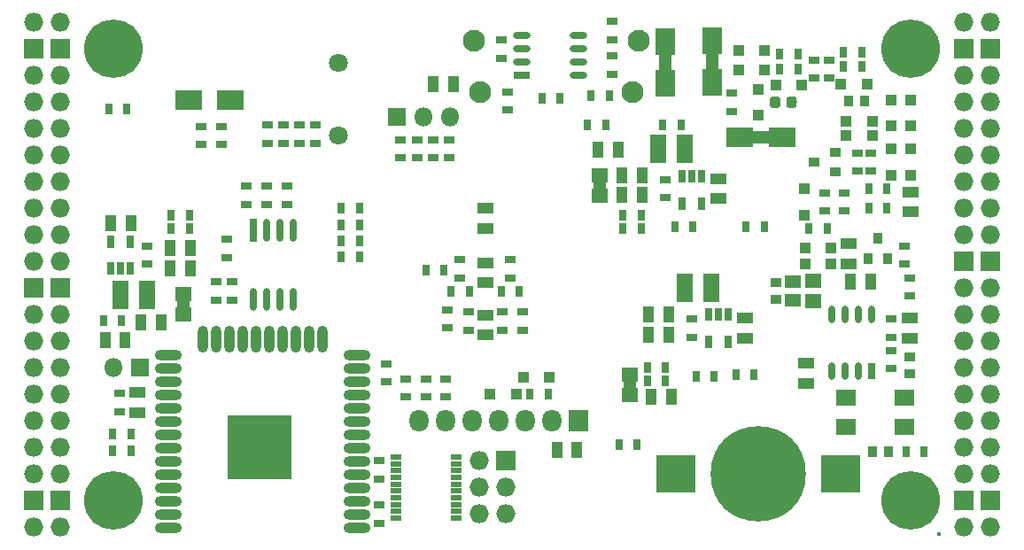
<source format=gbs>
G04 #@! TF.GenerationSoftware,KiCad,Pcbnew,5.0.0-rc3+dfsg1-2*
G04 #@! TF.CreationDate,2018-08-05T17:27:33+02:00*
G04 #@! TF.ProjectId,ulx3s,756C7833732E6B696361645F70636200,rev?*
G04 #@! TF.SameCoordinates,Original*
G04 #@! TF.FileFunction,Soldermask,Bot*
G04 #@! TF.FilePolarity,Negative*
%FSLAX46Y46*%
G04 Gerber Fmt 4.6, Leading zero omitted, Abs format (unit mm)*
G04 Created by KiCad (PCBNEW 5.0.0-rc3+dfsg1-2) date Sun Aug  5 17:27:33 2018*
%MOMM*%
%LPD*%
G01*
G04 APERTURE LIST*
%ADD10C,1.200000*%
%ADD11C,2.100000*%
%ADD12O,2.600000X1.000000*%
%ADD13O,1.000000X2.600000*%
%ADD14R,6.100000X6.100000*%
%ADD15R,0.770000X1.100000*%
%ADD16R,1.500000X1.395000*%
%ADD17R,2.600000X1.900000*%
%ADD18R,1.900000X2.600000*%
%ADD19R,3.800000X3.600000*%
%ADD20C,9.100000*%
%ADD21R,1.650000X0.700000*%
%ADD22O,1.650000X0.700000*%
%ADD23R,0.700000X2.200000*%
%ADD24O,0.700000X2.200000*%
%ADD25R,0.700000X1.650000*%
%ADD26O,0.700000X1.650000*%
%ADD27R,1.100000X0.500000*%
%ADD28R,0.800000X1.300000*%
%ADD29O,1.827200X1.827200*%
%ADD30R,1.827200X1.827200*%
%ADD31C,5.600000*%
%ADD32R,1.827200X2.132000*%
%ADD33O,1.827200X2.132000*%
%ADD34C,1.800000*%
%ADD35R,1.900000X1.500000*%
%ADD36R,1.070000X1.600000*%
%ADD37R,1.600000X1.070000*%
%ADD38R,1.100000X0.770000*%
%ADD39R,1.100000X1.100000*%
%ADD40C,0.400000*%
%ADD41R,1.800000X1.800000*%
%ADD42O,1.800000X1.800000*%
%ADD43R,1.600000X2.800000*%
%ADD44R,0.900000X1.000000*%
%ADD45R,1.000000X0.900000*%
%ADD46R,0.920000X1.100000*%
%ADD47R,1.100000X0.920000*%
%ADD48R,1.500000X1.220000*%
%ADD49C,0.100000*%
%ADD50C,0.975000*%
G04 APERTURE END LIST*
D10*
G04 #@! TO.C,RP3*
X149472000Y-77311000D02*
X149472000Y-79311000D01*
G04 #@! TO.C,RP2*
X109609000Y-88632000D02*
X109609000Y-90632000D01*
G04 #@! TO.C,RP1*
X152281000Y-96361000D02*
X152281000Y-98361000D01*
G04 #@! TO.C,RD9*
X166854000Y-73630000D02*
X162854000Y-73630000D01*
G04 #@! TO.C,RD52*
X160155000Y-64391000D02*
X160155000Y-68391000D01*
G04 #@! TO.C,RD51*
X155710000Y-68518000D02*
X155710000Y-64518000D01*
G04 #@! TD*
D11*
G04 #@! TO.C,GPDI1*
X152546000Y-69312000D03*
X138046000Y-69312000D03*
X153146000Y-64412000D03*
X137446000Y-64412000D03*
G04 #@! TD*
D12*
G04 #@! TO.C,U9*
X126230000Y-111000000D03*
X126230000Y-109730000D03*
X126230000Y-108460000D03*
X126230000Y-107190000D03*
X126230000Y-105920000D03*
X126230000Y-104650000D03*
X126230000Y-103380000D03*
X126230000Y-102110000D03*
X126230000Y-100840000D03*
X126230000Y-99570000D03*
X126230000Y-98300000D03*
X126230000Y-97030000D03*
X126230000Y-95760000D03*
X126230000Y-94490000D03*
D13*
X122945000Y-93000000D03*
X121675000Y-93000000D03*
X120405000Y-93000000D03*
X119135000Y-93000000D03*
X117865000Y-93000000D03*
X116595000Y-93000000D03*
X115325000Y-93000000D03*
X114055000Y-93000000D03*
X112785000Y-93000000D03*
X111515000Y-93000000D03*
D12*
X108230000Y-94490000D03*
X108230000Y-95760000D03*
X108230000Y-97030000D03*
X108230000Y-98300000D03*
X108230000Y-99570000D03*
X108230000Y-100840000D03*
X108230000Y-102110000D03*
X108230000Y-103380000D03*
X108230000Y-104650000D03*
X108230000Y-105920000D03*
X108230000Y-107190000D03*
X108230000Y-108460000D03*
X108230000Y-109730000D03*
X108230000Y-111000000D03*
D14*
X116930000Y-103300000D03*
G04 #@! TD*
D15*
G04 #@! TO.C,C49*
X103738000Y-91156000D03*
X101988000Y-91156000D03*
G04 #@! TD*
D16*
G04 #@! TO.C,RP3*
X149472000Y-79278500D03*
X149472000Y-77343500D03*
G04 #@! TD*
G04 #@! TO.C,RP2*
X109609000Y-90599500D03*
X109609000Y-88664500D03*
G04 #@! TD*
G04 #@! TO.C,RP1*
X152281000Y-98328500D03*
X152281000Y-96393500D03*
G04 #@! TD*
D17*
G04 #@! TO.C,RD9*
X162854000Y-73630000D03*
X166854000Y-73630000D03*
G04 #@! TD*
D18*
G04 #@! TO.C,RD52*
X160155000Y-68391000D03*
X160155000Y-64391000D03*
G04 #@! TD*
G04 #@! TO.C,RD51*
X155710000Y-64518000D03*
X155710000Y-68518000D03*
G04 #@! TD*
D19*
G04 #@! TO.C,BAT1*
X172485000Y-105870000D03*
X156685000Y-105870000D03*
D20*
X164585000Y-105870000D03*
G04 #@! TD*
D21*
G04 #@! TO.C,U11*
X141980000Y-67706500D03*
D22*
X141980000Y-66436500D03*
X141980000Y-65166500D03*
X141980000Y-63896500D03*
X147380000Y-63896500D03*
X147380000Y-65166500D03*
X147380000Y-66436500D03*
X147380000Y-67706500D03*
G04 #@! TD*
D23*
G04 #@! TO.C,U10*
X116340000Y-82520000D03*
D24*
X117610000Y-82520000D03*
X118880000Y-82520000D03*
X120150000Y-82520000D03*
X120150000Y-89124000D03*
X118880000Y-89124000D03*
X117610000Y-89124000D03*
X116340000Y-89124000D03*
G04 #@! TD*
D25*
G04 #@! TO.C,U7*
X175395000Y-96015000D03*
D26*
X174125000Y-96015000D03*
X172855000Y-96015000D03*
X171585000Y-96015000D03*
X171585000Y-90615000D03*
X172855000Y-90615000D03*
X174125000Y-90615000D03*
X175395000Y-90615000D03*
G04 #@! TD*
D27*
G04 #@! TO.C,U6*
X129935000Y-104215000D03*
X129935000Y-104865000D03*
X129935000Y-105515000D03*
X129935000Y-106165000D03*
X129935000Y-106815000D03*
X129935000Y-107465000D03*
X129935000Y-108115000D03*
X129935000Y-108765000D03*
X129935000Y-109415000D03*
X129935000Y-110065000D03*
X135735000Y-110065000D03*
X135735000Y-109415000D03*
X135735000Y-108765000D03*
X135735000Y-108115000D03*
X135735000Y-107465000D03*
X135735000Y-106815000D03*
X135735000Y-106165000D03*
X135735000Y-105515000D03*
X135735000Y-104865000D03*
X135735000Y-104215000D03*
G04 #@! TD*
D28*
G04 #@! TO.C,U5*
X157285000Y-77392000D03*
X158235000Y-77392000D03*
X159185000Y-77392000D03*
X159185000Y-79992000D03*
X157285000Y-79992000D03*
G04 #@! TD*
G04 #@! TO.C,U3*
X159825000Y-90600000D03*
X160775000Y-90600000D03*
X161725000Y-90600000D03*
X161725000Y-93200000D03*
X159825000Y-93200000D03*
G04 #@! TD*
G04 #@! TO.C,U4*
X104575000Y-86215000D03*
X103625000Y-86215000D03*
X102675000Y-86215000D03*
X102675000Y-83615000D03*
X104575000Y-83615000D03*
G04 #@! TD*
D29*
G04 #@! TO.C,J1*
X97910000Y-62690000D03*
X95370000Y-62690000D03*
D30*
X97910000Y-65230000D03*
X95370000Y-65230000D03*
D29*
X97910000Y-67770000D03*
X95370000Y-67770000D03*
X97910000Y-70310000D03*
X95370000Y-70310000D03*
X97910000Y-72850000D03*
X95370000Y-72850000D03*
X97910000Y-75390000D03*
X95370000Y-75390000D03*
X97910000Y-77930000D03*
X95370000Y-77930000D03*
X97910000Y-80470000D03*
X95370000Y-80470000D03*
X97910000Y-83010000D03*
X95370000Y-83010000D03*
X97910000Y-85550000D03*
X95370000Y-85550000D03*
D30*
X97910000Y-88090000D03*
X95370000Y-88090000D03*
D29*
X97910000Y-90630000D03*
X95370000Y-90630000D03*
X97910000Y-93170000D03*
X95370000Y-93170000D03*
X97910000Y-95710000D03*
X95370000Y-95710000D03*
X97910000Y-98250000D03*
X95370000Y-98250000D03*
X97910000Y-100790000D03*
X95370000Y-100790000D03*
X97910000Y-103330000D03*
X95370000Y-103330000D03*
X97910000Y-105870000D03*
X95370000Y-105870000D03*
D30*
X97910000Y-108410000D03*
X95370000Y-108410000D03*
D29*
X97910000Y-110950000D03*
X95370000Y-110950000D03*
G04 #@! TD*
G04 #@! TO.C,J2*
X184270000Y-110950000D03*
X186810000Y-110950000D03*
D30*
X184270000Y-108410000D03*
X186810000Y-108410000D03*
D29*
X184270000Y-105870000D03*
X186810000Y-105870000D03*
X184270000Y-103330000D03*
X186810000Y-103330000D03*
X184270000Y-100790000D03*
X186810000Y-100790000D03*
X184270000Y-98250000D03*
X186810000Y-98250000D03*
X184270000Y-95710000D03*
X186810000Y-95710000D03*
X184270000Y-93170000D03*
X186810000Y-93170000D03*
X184270000Y-90630000D03*
X186810000Y-90630000D03*
X184270000Y-88090000D03*
X186810000Y-88090000D03*
D30*
X184270000Y-85550000D03*
X186810000Y-85550000D03*
D29*
X184270000Y-83010000D03*
X186810000Y-83010000D03*
X184270000Y-80470000D03*
X186810000Y-80470000D03*
X184270000Y-77930000D03*
X186810000Y-77930000D03*
X184270000Y-75390000D03*
X186810000Y-75390000D03*
X184270000Y-72850000D03*
X186810000Y-72850000D03*
X184270000Y-70310000D03*
X186810000Y-70310000D03*
X184270000Y-67770000D03*
X186810000Y-67770000D03*
D30*
X184270000Y-65230000D03*
X186810000Y-65230000D03*
D29*
X184270000Y-62690000D03*
X186810000Y-62690000D03*
G04 #@! TD*
D31*
G04 #@! TO.C,H1*
X102990000Y-108410000D03*
G04 #@! TD*
G04 #@! TO.C,H2*
X179190000Y-108410000D03*
G04 #@! TD*
G04 #@! TO.C,H3*
X179190000Y-65230000D03*
G04 #@! TD*
G04 #@! TO.C,H4*
X102990000Y-65230000D03*
G04 #@! TD*
D30*
G04 #@! TO.C,J4*
X140455000Y-104600000D03*
D29*
X137915000Y-104600000D03*
X140455000Y-107140000D03*
X137915000Y-107140000D03*
X140455000Y-109680000D03*
X137915000Y-109680000D03*
G04 #@! TD*
D32*
G04 #@! TO.C,OLED1*
X147440000Y-100790000D03*
D33*
X144900000Y-100790000D03*
X142360000Y-100790000D03*
X139820000Y-100790000D03*
X137280000Y-100790000D03*
X134740000Y-100790000D03*
X132200000Y-100790000D03*
G04 #@! TD*
D34*
G04 #@! TO.C,AUDIO1*
X124468000Y-66518000D03*
X124468000Y-73518000D03*
G04 #@! TD*
D35*
G04 #@! TO.C,Y2*
X178576000Y-98522000D03*
X172976000Y-98522000D03*
X172976000Y-101322000D03*
X178576000Y-101322000D03*
G04 #@! TD*
D36*
G04 #@! TO.C,C47*
X133546000Y-68550000D03*
X135456000Y-68550000D03*
G04 #@! TD*
G04 #@! TO.C,C1*
X102748500Y-81885000D03*
X104658500Y-81885000D03*
G04 #@! TD*
D15*
G04 #@! TO.C,C2*
X153985000Y-96910000D03*
X155735000Y-96910000D03*
G04 #@! TD*
D36*
G04 #@! TO.C,C3*
X156015000Y-90630000D03*
X154105000Y-90630000D03*
G04 #@! TD*
G04 #@! TO.C,C4*
X154105000Y-92535000D03*
X156015000Y-92535000D03*
G04 #@! TD*
D37*
G04 #@! TO.C,C5*
X163315000Y-90945000D03*
X163315000Y-92855000D03*
G04 #@! TD*
D15*
G04 #@! TO.C,C6*
X151645000Y-82375000D03*
X153395000Y-82375000D03*
G04 #@! TD*
D36*
G04 #@! TO.C,C7*
X153475000Y-79200000D03*
X151565000Y-79200000D03*
G04 #@! TD*
G04 #@! TO.C,C8*
X153475000Y-77295000D03*
X151565000Y-77295000D03*
G04 #@! TD*
D37*
G04 #@! TO.C,C9*
X160775000Y-79520000D03*
X160775000Y-77610000D03*
G04 #@! TD*
D15*
G04 #@! TO.C,C10*
X108465000Y-81105000D03*
X110215000Y-81105000D03*
G04 #@! TD*
D36*
G04 #@! TO.C,C11*
X108385000Y-84280000D03*
X110295000Y-84280000D03*
G04 #@! TD*
G04 #@! TO.C,C12*
X110295000Y-86185000D03*
X108385000Y-86185000D03*
G04 #@! TD*
D37*
G04 #@! TO.C,C13*
X173221000Y-83833000D03*
X173221000Y-85743000D03*
G04 #@! TD*
D38*
G04 #@! TO.C,C14*
X175380000Y-76900000D03*
X175380000Y-75150000D03*
G04 #@! TD*
D37*
G04 #@! TO.C,C15*
X105276000Y-99967000D03*
X105276000Y-98057000D03*
G04 #@! TD*
D36*
G04 #@! TO.C,C16*
X173424000Y-87473000D03*
X175334000Y-87473000D03*
G04 #@! TD*
D37*
G04 #@! TO.C,C17*
X138500000Y-90665000D03*
X138500000Y-92575000D03*
G04 #@! TD*
D38*
G04 #@! TO.C,C18*
X150589600Y-64359000D03*
X150589600Y-62609000D03*
G04 #@! TD*
D37*
G04 #@! TO.C,C19*
X138500000Y-82375000D03*
X138500000Y-80465000D03*
G04 #@! TD*
G04 #@! TO.C,C20*
X138500000Y-87575000D03*
X138500000Y-85665000D03*
G04 #@! TD*
D36*
G04 #@! TO.C,C21*
X104072000Y-93061000D03*
X102162000Y-93061000D03*
G04 #@! TD*
G04 #@! TO.C,C22*
X154359000Y-98504000D03*
X156269000Y-98504000D03*
G04 #@! TD*
G04 #@! TO.C,C23*
X105591000Y-91392000D03*
X107501000Y-91392000D03*
G04 #@! TD*
G04 #@! TO.C,C24*
X151189000Y-74882000D03*
X149279000Y-74882000D03*
G04 #@! TD*
D38*
G04 #@! TO.C,C25*
X140900000Y-87095000D03*
X140900000Y-85345000D03*
G04 #@! TD*
G04 #@! TO.C,C26*
X136100000Y-87095000D03*
X136100000Y-85345000D03*
G04 #@! TD*
G04 #@! TO.C,C27*
X136900000Y-92095000D03*
X136900000Y-90345000D03*
G04 #@! TD*
G04 #@! TO.C,C28*
X140100000Y-90345000D03*
X140100000Y-92095000D03*
G04 #@! TD*
G04 #@! TO.C,C29*
X142100000Y-92095000D03*
X142100000Y-90345000D03*
G04 #@! TD*
G04 #@! TO.C,C30*
X134900000Y-90145000D03*
X134900000Y-91895000D03*
G04 #@! TD*
D15*
G04 #@! TO.C,C31*
X135225000Y-88420000D03*
X136975000Y-88420000D03*
G04 #@! TD*
G04 #@! TO.C,C32*
X140025000Y-88420000D03*
X141775000Y-88420000D03*
G04 #@! TD*
G04 #@! TO.C,C33*
X163425000Y-82220000D03*
X165175000Y-82220000D03*
G04 #@! TD*
G04 #@! TO.C,C34*
X158375000Y-82220000D03*
X156625000Y-82220000D03*
G04 #@! TD*
D38*
G04 #@! TO.C,C35*
X177300000Y-94025000D03*
X177300000Y-95775000D03*
G04 #@! TD*
D36*
G04 #@! TO.C,C46*
X145342000Y-103584000D03*
X147252000Y-103584000D03*
G04 #@! TD*
D15*
G04 #@! TO.C,C48*
X104246000Y-70963000D03*
X102496000Y-70963000D03*
G04 #@! TD*
D38*
G04 #@! TO.C,C50*
X179063000Y-88856000D03*
X179063000Y-87106000D03*
G04 #@! TD*
D15*
G04 #@! TO.C,C51*
X180473000Y-103711000D03*
X178723000Y-103711000D03*
G04 #@! TD*
G04 #@! TO.C,C52*
X158645000Y-96490000D03*
X160395000Y-96490000D03*
G04 #@! TD*
G04 #@! TO.C,C53*
X132827200Y-86330000D03*
X134577200Y-86330000D03*
G04 #@! TD*
D37*
G04 #@! TO.C,C54*
X169172000Y-95281000D03*
X169172000Y-97191000D03*
G04 #@! TD*
G04 #@! TO.C,D11*
X179190000Y-80790000D03*
X179190000Y-78880000D03*
G04 #@! TD*
D39*
G04 #@! TO.C,D10*
X169050000Y-84280000D03*
X171550000Y-84280000D03*
G04 #@! TD*
G04 #@! TO.C,D12*
X169030000Y-78585000D03*
X169030000Y-81085000D03*
G04 #@! TD*
G04 #@! TO.C,D13*
X171550000Y-85804000D03*
X169050000Y-85804000D03*
G04 #@! TD*
G04 #@! TO.C,D14*
X179190000Y-74775000D03*
X179190000Y-77275000D03*
G04 #@! TD*
G04 #@! TO.C,D15*
X177285000Y-77275000D03*
X177285000Y-74775000D03*
G04 #@! TD*
G04 #@! TO.C,D16*
X172987000Y-73503000D03*
X175487000Y-73503000D03*
G04 #@! TD*
G04 #@! TO.C,D17*
X164585000Y-69060000D03*
X164585000Y-71560000D03*
G04 #@! TD*
G04 #@! TO.C,D20*
X168756000Y-68659000D03*
X166256000Y-68659000D03*
G04 #@! TD*
G04 #@! TO.C,D21*
X174979000Y-68550000D03*
X172479000Y-68550000D03*
G04 #@! TD*
G04 #@! TO.C,D23*
X165200000Y-67262000D03*
X162700000Y-67262000D03*
G04 #@! TD*
G04 #@! TO.C,D24*
X162700000Y-65357000D03*
X165200000Y-65357000D03*
G04 #@! TD*
G04 #@! TO.C,D25*
X177285000Y-72594000D03*
X177285000Y-70094000D03*
G04 #@! TD*
G04 #@! TO.C,D26*
X179190000Y-70094000D03*
X179190000Y-72594000D03*
G04 #@! TD*
D40*
G04 #@! TO.C,AE1*
X181872000Y-111603000D03*
G04 #@! TD*
D38*
G04 #@! TO.C,R49*
X113277000Y-74360000D03*
X113277000Y-72610000D03*
G04 #@! TD*
G04 #@! TO.C,R50*
X111372000Y-72610000D03*
X111372000Y-74360000D03*
G04 #@! TD*
D15*
G04 #@! TO.C,R51*
X155455000Y-72487000D03*
X157205000Y-72487000D03*
G04 #@! TD*
D38*
G04 #@! TO.C,R52*
X171331000Y-66278000D03*
X171331000Y-68028000D03*
G04 #@! TD*
G04 #@! TO.C,R53*
X169919000Y-68028000D03*
X169919000Y-66278000D03*
G04 #@! TD*
D15*
G04 #@! TO.C,R54*
X174477000Y-65502000D03*
X172727000Y-65502000D03*
G04 #@! TD*
D38*
G04 #@! TO.C,R56*
X128390000Y-106321000D03*
X128390000Y-104571000D03*
G04 #@! TD*
G04 #@! TO.C,R57*
X117722000Y-72483000D03*
X117722000Y-74233000D03*
G04 #@! TD*
G04 #@! TO.C,R58*
X119246000Y-74233000D03*
X119246000Y-72483000D03*
G04 #@! TD*
G04 #@! TO.C,R59*
X120770000Y-72483000D03*
X120770000Y-74233000D03*
G04 #@! TD*
G04 #@! TO.C,R60*
X122294000Y-74233000D03*
X122294000Y-72483000D03*
G04 #@! TD*
D15*
G04 #@! TO.C,R61*
X145655000Y-69900000D03*
X143905000Y-69900000D03*
G04 #@! TD*
D41*
G04 #@! TO.C,J3*
X105530000Y-95710000D03*
D42*
X102990000Y-95710000D03*
G04 #@! TD*
D41*
G04 #@! TO.C,J5*
X130056000Y-71725000D03*
D42*
X132596000Y-71725000D03*
X135136000Y-71725000D03*
G04 #@! TD*
D15*
G04 #@! TO.C,R40*
X166631000Y-65738000D03*
X168381000Y-65738000D03*
G04 #@! TD*
D38*
G04 #@! TO.C,R55*
X134740000Y-96740000D03*
X134740000Y-98490000D03*
G04 #@! TD*
D37*
G04 #@! TO.C,C55*
X179078000Y-90963000D03*
X179078000Y-92873000D03*
G04 #@! TD*
D38*
G04 #@! TO.C,R65*
X177300000Y-92793000D03*
X177300000Y-91043000D03*
G04 #@! TD*
D43*
G04 #@! TO.C,L1*
X160140000Y-88090000D03*
X157600000Y-88090000D03*
G04 #@! TD*
G04 #@! TO.C,L2*
X103625000Y-88725000D03*
X106165000Y-88725000D03*
G04 #@! TD*
G04 #@! TO.C,L3*
X155060000Y-74755000D03*
X157600000Y-74755000D03*
G04 #@! TD*
D15*
G04 #@! TO.C,R1*
X171175000Y-82375000D03*
X169425000Y-82375000D03*
G04 #@! TD*
D38*
G04 #@! TO.C,R2*
X172840000Y-78960000D03*
X172840000Y-80710000D03*
G04 #@! TD*
G04 #@! TO.C,R3*
X162045000Y-71185000D03*
X162045000Y-69435000D03*
G04 #@! TD*
D15*
G04 #@! TO.C,R4*
X176890000Y-80470000D03*
X175140000Y-80470000D03*
G04 #@! TD*
D38*
G04 #@! TO.C,R5*
X174110000Y-75150000D03*
X174110000Y-76900000D03*
G04 #@! TD*
G04 #@! TO.C,R6*
X178555000Y-85790000D03*
X178555000Y-84040000D03*
G04 #@! TD*
G04 #@! TO.C,R7*
X113785000Y-85155000D03*
X113785000Y-83405000D03*
G04 #@! TD*
G04 #@! TO.C,R8*
X170935000Y-80710000D03*
X170935000Y-78960000D03*
G04 #@! TD*
G04 #@! TO.C,R9*
X128390000Y-110555000D03*
X128390000Y-108805000D03*
G04 #@! TD*
D15*
G04 #@! TO.C,R10*
X151264000Y-103076000D03*
X153014000Y-103076000D03*
G04 #@! TD*
D38*
G04 #@! TO.C,R11*
X119515000Y-80093000D03*
X119515000Y-78343000D03*
G04 #@! TD*
G04 #@! TO.C,R12*
X114308000Y-89219000D03*
X114308000Y-87469000D03*
G04 #@! TD*
D15*
G04 #@! TO.C,R13*
X175140000Y-78565000D03*
X176890000Y-78565000D03*
G04 #@! TD*
G04 #@! TO.C,R14*
X124721000Y-85060000D03*
X126471000Y-85060000D03*
G04 #@! TD*
G04 #@! TO.C,R15*
X126471000Y-83536000D03*
X124721000Y-83536000D03*
G04 #@! TD*
G04 #@! TO.C,R16*
X124721000Y-82012000D03*
X126471000Y-82012000D03*
G04 #@! TD*
G04 #@! TO.C,R17*
X126471000Y-80470000D03*
X124721000Y-80470000D03*
G04 #@! TD*
D38*
G04 #@! TO.C,R18*
X130422000Y-73898000D03*
X130422000Y-75648000D03*
G04 #@! TD*
G04 #@! TO.C,R19*
X131961000Y-73898000D03*
X131961000Y-75648000D03*
G04 #@! TD*
G04 #@! TO.C,R20*
X133485000Y-73898000D03*
X133485000Y-75648000D03*
G04 #@! TD*
G04 #@! TO.C,R21*
X135009000Y-75648000D03*
X135009000Y-73898000D03*
G04 #@! TD*
G04 #@! TO.C,R22*
X140025500Y-66105000D03*
X140025500Y-64355000D03*
G04 #@! TD*
G04 #@! TO.C,R23*
X140597000Y-71076000D03*
X140597000Y-69326000D03*
G04 #@! TD*
G04 #@! TO.C,R24*
X150615000Y-67647000D03*
X150615000Y-65897000D03*
G04 #@! TD*
D15*
G04 #@! TO.C,R25*
X148300000Y-72487000D03*
X150050000Y-72487000D03*
G04 #@! TD*
G04 #@! TO.C,R26*
X150362000Y-69693000D03*
X148612000Y-69693000D03*
G04 #@! TD*
D38*
G04 #@! TO.C,R27*
X129025000Y-95300000D03*
X129025000Y-97050000D03*
G04 #@! TD*
G04 #@! TO.C,R28*
X117595000Y-78343000D03*
X117595000Y-80093000D03*
G04 #@! TD*
G04 #@! TO.C,R29*
X112784000Y-89219000D03*
X112784000Y-87469000D03*
G04 #@! TD*
G04 #@! TO.C,R30*
X115690000Y-78343000D03*
X115690000Y-80093000D03*
G04 #@! TD*
D15*
G04 #@! TO.C,R31*
X142755000Y-98250000D03*
X144505000Y-98250000D03*
G04 #@! TD*
D38*
G04 #@! TO.C,R32*
X132835000Y-98490000D03*
X132835000Y-96740000D03*
G04 #@! TD*
G04 #@! TO.C,R33*
X130930000Y-96740000D03*
X130930000Y-98490000D03*
G04 #@! TD*
D15*
G04 #@! TO.C,R34*
X102877000Y-103600000D03*
X104627000Y-103600000D03*
G04 #@! TD*
G04 #@! TO.C,R35*
X102877000Y-102060000D03*
X104627000Y-102060000D03*
G04 #@! TD*
D38*
G04 #@! TO.C,R38*
X103576500Y-99905000D03*
X103576500Y-98155000D03*
G04 #@! TD*
D15*
G04 #@! TO.C,R39*
X164190000Y-96345000D03*
X162440000Y-96345000D03*
G04 #@! TD*
G04 #@! TO.C,R63*
X168381000Y-67135000D03*
X166631000Y-67135000D03*
G04 #@! TD*
G04 #@! TO.C,R64*
X174475000Y-66899000D03*
X172725000Y-66899000D03*
G04 #@! TD*
G04 #@! TO.C,RA1*
X153985000Y-95640000D03*
X155735000Y-95640000D03*
G04 #@! TD*
G04 #@! TO.C,RA2*
X110215000Y-82375000D03*
X108465000Y-82375000D03*
G04 #@! TD*
G04 #@! TO.C,RA3*
X151645000Y-81105000D03*
X153395000Y-81105000D03*
G04 #@! TD*
D38*
G04 #@! TO.C,RB1*
X158235000Y-92775000D03*
X158235000Y-91025000D03*
G04 #@! TD*
G04 #@! TO.C,RB2*
X106165000Y-85790000D03*
X106165000Y-84040000D03*
G04 #@! TD*
G04 #@! TO.C,RB3*
X155695000Y-79440000D03*
X155695000Y-77690000D03*
G04 #@! TD*
D17*
G04 #@! TO.C,D8*
X110149000Y-70074000D03*
X114149000Y-70074000D03*
G04 #@! TD*
D44*
G04 #@! TO.C,Q1*
X176015000Y-83280000D03*
X175065000Y-85280000D03*
X176965000Y-85280000D03*
G04 #@! TD*
D45*
G04 #@! TO.C,Q2*
X171935000Y-75075000D03*
X171935000Y-76975000D03*
X169935000Y-76025000D03*
G04 #@! TD*
D39*
G04 #@! TO.C,D27*
X175502000Y-72106000D03*
X173002000Y-72106000D03*
G04 #@! TD*
D46*
G04 #@! TO.C,R66*
X173198000Y-70201000D03*
X174798000Y-70201000D03*
G04 #@! TD*
D47*
G04 #@! TO.C,C56*
X179078000Y-96274000D03*
X179078000Y-94674000D03*
G04 #@! TD*
D46*
G04 #@! TO.C,C57*
X177084000Y-103711000D03*
X175484000Y-103711000D03*
G04 #@! TD*
D48*
G04 #@! TO.C,C58*
X167902000Y-89242000D03*
X167902000Y-87482000D03*
G04 #@! TD*
D47*
G04 #@! TO.C,C59*
X166251000Y-89162000D03*
X166251000Y-87562000D03*
G04 #@! TD*
D16*
G04 #@! TO.C,L4*
X169807000Y-87394500D03*
X169807000Y-89329500D03*
G04 #@! TD*
D39*
G04 #@! TO.C,D28*
X144626000Y-96599000D03*
X142126000Y-96599000D03*
G04 #@! TD*
G04 #@! TO.C,D29*
X138951000Y-98250000D03*
X141451000Y-98250000D03*
G04 #@! TD*
D49*
G04 #@! TO.C,C60*
G36*
X166478142Y-69786174D02*
X166501803Y-69789684D01*
X166525007Y-69795496D01*
X166547529Y-69803554D01*
X166569153Y-69813782D01*
X166589670Y-69826079D01*
X166608883Y-69840329D01*
X166626607Y-69856393D01*
X166642671Y-69874117D01*
X166656921Y-69893330D01*
X166669218Y-69913847D01*
X166679446Y-69935471D01*
X166687504Y-69957993D01*
X166693316Y-69981197D01*
X166696826Y-70004858D01*
X166698000Y-70028750D01*
X166698000Y-70591250D01*
X166696826Y-70615142D01*
X166693316Y-70638803D01*
X166687504Y-70662007D01*
X166679446Y-70684529D01*
X166669218Y-70706153D01*
X166656921Y-70726670D01*
X166642671Y-70745883D01*
X166626607Y-70763607D01*
X166608883Y-70779671D01*
X166589670Y-70793921D01*
X166569153Y-70806218D01*
X166547529Y-70816446D01*
X166525007Y-70824504D01*
X166501803Y-70830316D01*
X166478142Y-70833826D01*
X166454250Y-70835000D01*
X165966750Y-70835000D01*
X165942858Y-70833826D01*
X165919197Y-70830316D01*
X165895993Y-70824504D01*
X165873471Y-70816446D01*
X165851847Y-70806218D01*
X165831330Y-70793921D01*
X165812117Y-70779671D01*
X165794393Y-70763607D01*
X165778329Y-70745883D01*
X165764079Y-70726670D01*
X165751782Y-70706153D01*
X165741554Y-70684529D01*
X165733496Y-70662007D01*
X165727684Y-70638803D01*
X165724174Y-70615142D01*
X165723000Y-70591250D01*
X165723000Y-70028750D01*
X165724174Y-70004858D01*
X165727684Y-69981197D01*
X165733496Y-69957993D01*
X165741554Y-69935471D01*
X165751782Y-69913847D01*
X165764079Y-69893330D01*
X165778329Y-69874117D01*
X165794393Y-69856393D01*
X165812117Y-69840329D01*
X165831330Y-69826079D01*
X165851847Y-69813782D01*
X165873471Y-69803554D01*
X165895993Y-69795496D01*
X165919197Y-69789684D01*
X165942858Y-69786174D01*
X165966750Y-69785000D01*
X166454250Y-69785000D01*
X166478142Y-69786174D01*
X166478142Y-69786174D01*
G37*
D50*
X166210500Y-70310000D03*
D49*
G36*
X168053142Y-69786174D02*
X168076803Y-69789684D01*
X168100007Y-69795496D01*
X168122529Y-69803554D01*
X168144153Y-69813782D01*
X168164670Y-69826079D01*
X168183883Y-69840329D01*
X168201607Y-69856393D01*
X168217671Y-69874117D01*
X168231921Y-69893330D01*
X168244218Y-69913847D01*
X168254446Y-69935471D01*
X168262504Y-69957993D01*
X168268316Y-69981197D01*
X168271826Y-70004858D01*
X168273000Y-70028750D01*
X168273000Y-70591250D01*
X168271826Y-70615142D01*
X168268316Y-70638803D01*
X168262504Y-70662007D01*
X168254446Y-70684529D01*
X168244218Y-70706153D01*
X168231921Y-70726670D01*
X168217671Y-70745883D01*
X168201607Y-70763607D01*
X168183883Y-70779671D01*
X168164670Y-70793921D01*
X168144153Y-70806218D01*
X168122529Y-70816446D01*
X168100007Y-70824504D01*
X168076803Y-70830316D01*
X168053142Y-70833826D01*
X168029250Y-70835000D01*
X167541750Y-70835000D01*
X167517858Y-70833826D01*
X167494197Y-70830316D01*
X167470993Y-70824504D01*
X167448471Y-70816446D01*
X167426847Y-70806218D01*
X167406330Y-70793921D01*
X167387117Y-70779671D01*
X167369393Y-70763607D01*
X167353329Y-70745883D01*
X167339079Y-70726670D01*
X167326782Y-70706153D01*
X167316554Y-70684529D01*
X167308496Y-70662007D01*
X167302684Y-70638803D01*
X167299174Y-70615142D01*
X167298000Y-70591250D01*
X167298000Y-70028750D01*
X167299174Y-70004858D01*
X167302684Y-69981197D01*
X167308496Y-69957993D01*
X167316554Y-69935471D01*
X167326782Y-69913847D01*
X167339079Y-69893330D01*
X167353329Y-69874117D01*
X167369393Y-69856393D01*
X167387117Y-69840329D01*
X167406330Y-69826079D01*
X167426847Y-69813782D01*
X167448471Y-69803554D01*
X167470993Y-69795496D01*
X167494197Y-69789684D01*
X167517858Y-69786174D01*
X167541750Y-69785000D01*
X168029250Y-69785000D01*
X168053142Y-69786174D01*
X168053142Y-69786174D01*
G37*
D50*
X167785500Y-70310000D03*
G04 #@! TD*
M02*

</source>
